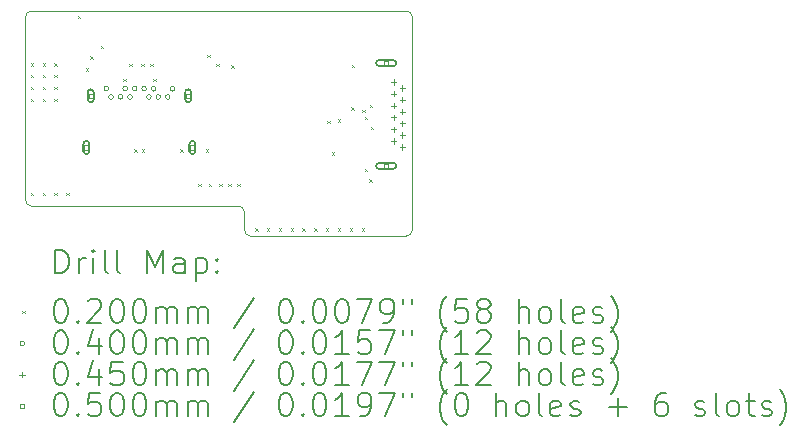
<source format=gbr>
%TF.GenerationSoftware,KiCad,Pcbnew,6.0.11-2627ca5db0~126~ubuntu22.04.1*%
%TF.CreationDate,2023-02-09T23:48:28+01:00*%
%TF.ProjectId,PDLeech,50444c65-6563-4682-9e6b-696361645f70,rev?*%
%TF.SameCoordinates,Original*%
%TF.FileFunction,Drillmap*%
%TF.FilePolarity,Positive*%
%FSLAX45Y45*%
G04 Gerber Fmt 4.5, Leading zero omitted, Abs format (unit mm)*
G04 Created by KiCad (PCBNEW 6.0.11-2627ca5db0~126~ubuntu22.04.1) date 2023-02-09 23:48:28*
%MOMM*%
%LPD*%
G01*
G04 APERTURE LIST*
%ADD10C,0.100000*%
%ADD11C,0.200000*%
%ADD12C,0.020000*%
%ADD13C,0.040000*%
%ADD14C,0.045000*%
%ADD15C,0.050000*%
G04 APERTURE END LIST*
D10*
X16459200Y-7696200D02*
G75*
G03*
X16510000Y-7645400I0J50800D01*
G01*
X13284200Y-5791200D02*
G75*
G03*
X13233400Y-5842000I0J-50800D01*
G01*
X13233400Y-7391400D02*
G75*
G03*
X13284200Y-7442200I50800J0D01*
G01*
X16510000Y-5842000D02*
X16510000Y-7645400D01*
X13284200Y-5791200D02*
X16459200Y-5791200D01*
X13284200Y-7442200D02*
X15036800Y-7442200D01*
X15087600Y-7645400D02*
G75*
G03*
X15138400Y-7696200I50800J0D01*
G01*
X16510000Y-5842000D02*
G75*
G03*
X16459200Y-5791200I-50800J0D01*
G01*
X16459200Y-7696200D02*
X15138400Y-7696200D01*
X13233400Y-7391400D02*
X13233400Y-5842000D01*
X15087600Y-7493000D02*
G75*
G03*
X15036800Y-7442200I-50800J0D01*
G01*
X15087600Y-7645400D02*
X15087600Y-7493000D01*
D11*
D12*
X13279414Y-6232676D02*
X13299414Y-6252676D01*
X13299414Y-6232676D02*
X13279414Y-6252676D01*
X13279414Y-6332676D02*
X13299414Y-6352676D01*
X13299414Y-6332676D02*
X13279414Y-6352676D01*
X13279414Y-6432676D02*
X13299414Y-6452676D01*
X13299414Y-6432676D02*
X13279414Y-6452676D01*
X13279414Y-6532676D02*
X13299414Y-6552676D01*
X13299414Y-6532676D02*
X13279414Y-6552676D01*
X13279414Y-7332676D02*
X13299414Y-7352676D01*
X13299414Y-7332676D02*
X13279414Y-7352676D01*
X13379414Y-6232676D02*
X13399414Y-6252676D01*
X13399414Y-6232676D02*
X13379414Y-6252676D01*
X13379414Y-6332676D02*
X13399414Y-6352676D01*
X13399414Y-6332676D02*
X13379414Y-6352676D01*
X13379414Y-6432676D02*
X13399414Y-6452676D01*
X13399414Y-6432676D02*
X13379414Y-6452676D01*
X13379414Y-6532676D02*
X13399414Y-6552676D01*
X13399414Y-6532676D02*
X13379414Y-6552676D01*
X13379414Y-7332676D02*
X13399414Y-7352676D01*
X13399414Y-7332676D02*
X13379414Y-7352676D01*
X13479414Y-6232676D02*
X13499414Y-6252676D01*
X13499414Y-6232676D02*
X13479414Y-6252676D01*
X13479414Y-6332676D02*
X13499414Y-6352676D01*
X13499414Y-6332676D02*
X13479414Y-6352676D01*
X13479414Y-6432676D02*
X13499414Y-6452676D01*
X13499414Y-6432676D02*
X13479414Y-6452676D01*
X13479414Y-6532676D02*
X13499414Y-6552676D01*
X13499414Y-6532676D02*
X13479414Y-6552676D01*
X13479414Y-7332676D02*
X13499414Y-7352676D01*
X13499414Y-7332676D02*
X13479414Y-7352676D01*
X13579414Y-7332676D02*
X13599414Y-7352676D01*
X13599414Y-7332676D02*
X13579414Y-7352676D01*
X13679414Y-5832676D02*
X13699414Y-5852676D01*
X13699414Y-5832676D02*
X13679414Y-5852676D01*
X13744100Y-6276500D02*
X13764100Y-6296500D01*
X13764100Y-6276500D02*
X13744100Y-6296500D01*
X13782200Y-6174900D02*
X13802200Y-6194900D01*
X13802200Y-6174900D02*
X13782200Y-6194900D01*
X13871100Y-6086000D02*
X13891100Y-6106000D01*
X13891100Y-6086000D02*
X13871100Y-6106000D01*
X14061600Y-6365400D02*
X14081600Y-6385400D01*
X14081600Y-6365400D02*
X14061600Y-6385400D01*
X14112400Y-6238400D02*
X14132400Y-6258400D01*
X14132400Y-6238400D02*
X14112400Y-6258400D01*
X14156100Y-6962300D02*
X14176100Y-6982300D01*
X14176100Y-6962300D02*
X14156100Y-6982300D01*
X14214000Y-6238400D02*
X14234000Y-6258400D01*
X14234000Y-6238400D02*
X14214000Y-6258400D01*
X14221100Y-6962300D02*
X14241100Y-6982300D01*
X14241100Y-6962300D02*
X14221100Y-6982300D01*
X14290200Y-6238400D02*
X14310200Y-6258400D01*
X14310200Y-6238400D02*
X14290200Y-6258400D01*
X14315600Y-6365400D02*
X14335600Y-6385400D01*
X14335600Y-6365400D02*
X14315600Y-6385400D01*
X14544200Y-6962300D02*
X14564200Y-6982300D01*
X14564200Y-6962300D02*
X14544200Y-6982300D01*
X14696600Y-7254400D02*
X14716600Y-7274400D01*
X14716600Y-7254400D02*
X14696600Y-7274400D01*
X14760100Y-6962300D02*
X14780100Y-6982300D01*
X14780100Y-6962300D02*
X14760100Y-6982300D01*
X14772800Y-6162200D02*
X14792800Y-6182200D01*
X14792800Y-6162200D02*
X14772800Y-6182200D01*
X14785500Y-7254400D02*
X14805500Y-7274400D01*
X14805500Y-7254400D02*
X14785500Y-7274400D01*
X14849000Y-6238400D02*
X14869000Y-6258400D01*
X14869000Y-6238400D02*
X14849000Y-6258400D01*
X14874400Y-7254400D02*
X14894400Y-7274400D01*
X14894400Y-7254400D02*
X14874400Y-7274400D01*
X14950600Y-7254400D02*
X14970600Y-7274400D01*
X14970600Y-7254400D02*
X14950600Y-7274400D01*
X14976000Y-6251100D02*
X14996000Y-6271100D01*
X14996000Y-6251100D02*
X14976000Y-6271100D01*
X15026800Y-7254400D02*
X15046800Y-7274400D01*
X15046800Y-7254400D02*
X15026800Y-7274400D01*
X15179414Y-7632676D02*
X15199414Y-7652676D01*
X15199414Y-7632676D02*
X15179414Y-7652676D01*
X15279414Y-7632676D02*
X15299414Y-7652676D01*
X15299414Y-7632676D02*
X15279414Y-7652676D01*
X15379414Y-7632676D02*
X15399414Y-7652676D01*
X15399414Y-7632676D02*
X15379414Y-7652676D01*
X15479414Y-7632676D02*
X15499414Y-7652676D01*
X15499414Y-7632676D02*
X15479414Y-7652676D01*
X15579414Y-7632676D02*
X15599414Y-7652676D01*
X15599414Y-7632676D02*
X15579414Y-7652676D01*
X15679414Y-7632676D02*
X15699414Y-7652676D01*
X15699414Y-7632676D02*
X15679414Y-7652676D01*
X15779414Y-7632676D02*
X15799414Y-7652676D01*
X15799414Y-7632676D02*
X15779414Y-7652676D01*
X15788800Y-6721000D02*
X15808800Y-6741000D01*
X15808800Y-6721000D02*
X15788800Y-6741000D01*
X15826900Y-6987700D02*
X15846900Y-7007700D01*
X15846900Y-6987700D02*
X15826900Y-7007700D01*
X15877700Y-6708300D02*
X15897700Y-6728300D01*
X15897700Y-6708300D02*
X15877700Y-6728300D01*
X15879414Y-7632676D02*
X15899414Y-7652676D01*
X15899414Y-7632676D02*
X15879414Y-7652676D01*
X15979414Y-7632676D02*
X15999414Y-7652676D01*
X15999414Y-7632676D02*
X15979414Y-7652676D01*
X15992000Y-6606700D02*
X16012000Y-6626700D01*
X16012000Y-6606700D02*
X15992000Y-6626700D01*
X15996850Y-6245100D02*
X16016850Y-6265100D01*
X16016850Y-6245100D02*
X15996850Y-6265100D01*
X16079414Y-7632676D02*
X16099414Y-7652676D01*
X16099414Y-7632676D02*
X16079414Y-7652676D01*
X16087250Y-6625750D02*
X16107250Y-6645750D01*
X16107250Y-6625750D02*
X16087250Y-6645750D01*
X16106300Y-6685548D02*
X16126300Y-6705548D01*
X16126300Y-6685548D02*
X16106300Y-6705548D01*
X16106300Y-7127400D02*
X16126300Y-7147400D01*
X16126300Y-7127400D02*
X16106300Y-7147400D01*
X16144400Y-7216300D02*
X16164400Y-7236300D01*
X16164400Y-7216300D02*
X16144400Y-7236300D01*
X16150750Y-6587650D02*
X16170750Y-6607650D01*
X16170750Y-6587650D02*
X16150750Y-6607650D01*
X16157100Y-6771800D02*
X16177100Y-6791800D01*
X16177100Y-6771800D02*
X16157100Y-6791800D01*
D13*
X13938600Y-6448900D02*
G75*
G03*
X13938600Y-6448900I-20000J0D01*
G01*
X13978600Y-6518900D02*
G75*
G03*
X13978600Y-6518900I-20000J0D01*
G01*
X14058600Y-6518900D02*
G75*
G03*
X14058600Y-6518900I-20000J0D01*
G01*
X14098600Y-6448900D02*
G75*
G03*
X14098600Y-6448900I-20000J0D01*
G01*
X14138600Y-6518900D02*
G75*
G03*
X14138600Y-6518900I-20000J0D01*
G01*
X14178600Y-6448900D02*
G75*
G03*
X14178600Y-6448900I-20000J0D01*
G01*
X14258600Y-6448900D02*
G75*
G03*
X14258600Y-6448900I-20000J0D01*
G01*
X14298600Y-6518900D02*
G75*
G03*
X14298600Y-6518900I-20000J0D01*
G01*
X14338600Y-6448900D02*
G75*
G03*
X14338600Y-6448900I-20000J0D01*
G01*
X14378600Y-6518900D02*
G75*
G03*
X14378600Y-6518900I-20000J0D01*
G01*
X14458600Y-6518900D02*
G75*
G03*
X14458600Y-6518900I-20000J0D01*
G01*
X14498600Y-6448900D02*
G75*
G03*
X14498600Y-6448900I-20000J0D01*
G01*
D14*
X16351550Y-6369750D02*
X16351550Y-6414750D01*
X16329050Y-6392250D02*
X16374050Y-6392250D01*
X16351550Y-6469750D02*
X16351550Y-6514750D01*
X16329050Y-6492250D02*
X16374050Y-6492250D01*
X16351550Y-6569750D02*
X16351550Y-6614750D01*
X16329050Y-6592250D02*
X16374050Y-6592250D01*
X16351550Y-6669750D02*
X16351550Y-6714750D01*
X16329050Y-6692250D02*
X16374050Y-6692250D01*
X16351550Y-6769750D02*
X16351550Y-6814750D01*
X16329050Y-6792250D02*
X16374050Y-6792250D01*
X16351550Y-6869750D02*
X16351550Y-6914750D01*
X16329050Y-6892250D02*
X16374050Y-6892250D01*
X16423550Y-6419750D02*
X16423550Y-6464750D01*
X16401050Y-6442250D02*
X16446050Y-6442250D01*
X16423550Y-6519750D02*
X16423550Y-6564750D01*
X16401050Y-6542250D02*
X16446050Y-6542250D01*
X16423550Y-6619750D02*
X16423550Y-6664750D01*
X16401050Y-6642250D02*
X16446050Y-6642250D01*
X16423550Y-6719750D02*
X16423550Y-6764750D01*
X16401050Y-6742250D02*
X16446050Y-6742250D01*
X16423550Y-6819750D02*
X16423550Y-6864750D01*
X16401050Y-6842250D02*
X16446050Y-6842250D01*
X16423550Y-6919750D02*
X16423550Y-6964750D01*
X16401050Y-6942250D02*
X16446050Y-6942250D01*
D15*
X13767278Y-6964578D02*
X13767278Y-6929222D01*
X13731922Y-6929222D01*
X13731922Y-6964578D01*
X13767278Y-6964578D01*
D11*
X13724600Y-6916900D02*
X13724600Y-6976900D01*
X13774600Y-6916900D02*
X13774600Y-6976900D01*
X13724600Y-6976900D02*
G75*
G03*
X13774600Y-6976900I25000J0D01*
G01*
X13774600Y-6916900D02*
G75*
G03*
X13724600Y-6916900I-25000J0D01*
G01*
D15*
X13803278Y-6526578D02*
X13803278Y-6491222D01*
X13767922Y-6491222D01*
X13767922Y-6526578D01*
X13803278Y-6526578D01*
D11*
X13760600Y-6478900D02*
X13760600Y-6538900D01*
X13810600Y-6478900D02*
X13810600Y-6538900D01*
X13760600Y-6538900D02*
G75*
G03*
X13810600Y-6538900I25000J0D01*
G01*
X13810600Y-6478900D02*
G75*
G03*
X13760600Y-6478900I-25000J0D01*
G01*
D15*
X14629278Y-6526578D02*
X14629278Y-6491222D01*
X14593922Y-6491222D01*
X14593922Y-6526578D01*
X14629278Y-6526578D01*
D11*
X14586600Y-6478900D02*
X14586600Y-6538900D01*
X14636600Y-6478900D02*
X14636600Y-6538900D01*
X14586600Y-6538900D02*
G75*
G03*
X14636600Y-6538900I25000J0D01*
G01*
X14636600Y-6478900D02*
G75*
G03*
X14586600Y-6478900I-25000J0D01*
G01*
D15*
X14665278Y-6964578D02*
X14665278Y-6929222D01*
X14629922Y-6929222D01*
X14629922Y-6964578D01*
X14665278Y-6964578D01*
D11*
X14622600Y-6916900D02*
X14622600Y-6976900D01*
X14672600Y-6916900D02*
X14672600Y-6976900D01*
X14622600Y-6976900D02*
G75*
G03*
X14672600Y-6976900I25000J0D01*
G01*
X14672600Y-6916900D02*
G75*
G03*
X14622600Y-6916900I-25000J0D01*
G01*
D15*
X16306228Y-6249928D02*
X16306228Y-6214572D01*
X16270872Y-6214572D01*
X16270872Y-6249928D01*
X16306228Y-6249928D01*
D11*
X16228550Y-6257250D02*
X16348550Y-6257250D01*
X16228550Y-6207250D02*
X16348550Y-6207250D01*
X16348550Y-6257250D02*
G75*
G03*
X16348550Y-6207250I0J25000D01*
G01*
X16228550Y-6207250D02*
G75*
G03*
X16228550Y-6257250I0J-25000D01*
G01*
D15*
X16306228Y-7119928D02*
X16306228Y-7084572D01*
X16270872Y-7084572D01*
X16270872Y-7119928D01*
X16306228Y-7119928D01*
D11*
X16228550Y-7127250D02*
X16348550Y-7127250D01*
X16228550Y-7077250D02*
X16348550Y-7077250D01*
X16348550Y-7127250D02*
G75*
G03*
X16348550Y-7077250I0J25000D01*
G01*
X16228550Y-7077250D02*
G75*
G03*
X16228550Y-7127250I0J-25000D01*
G01*
X13486019Y-8011676D02*
X13486019Y-7811676D01*
X13533638Y-7811676D01*
X13562209Y-7821200D01*
X13581257Y-7840248D01*
X13590781Y-7859295D01*
X13600305Y-7897390D01*
X13600305Y-7925962D01*
X13590781Y-7964057D01*
X13581257Y-7983105D01*
X13562209Y-8002152D01*
X13533638Y-8011676D01*
X13486019Y-8011676D01*
X13686019Y-8011676D02*
X13686019Y-7878343D01*
X13686019Y-7916438D02*
X13695543Y-7897390D01*
X13705067Y-7887867D01*
X13724114Y-7878343D01*
X13743162Y-7878343D01*
X13809828Y-8011676D02*
X13809828Y-7878343D01*
X13809828Y-7811676D02*
X13800305Y-7821200D01*
X13809828Y-7830724D01*
X13819352Y-7821200D01*
X13809828Y-7811676D01*
X13809828Y-7830724D01*
X13933638Y-8011676D02*
X13914590Y-8002152D01*
X13905067Y-7983105D01*
X13905067Y-7811676D01*
X14038400Y-8011676D02*
X14019352Y-8002152D01*
X14009828Y-7983105D01*
X14009828Y-7811676D01*
X14266971Y-8011676D02*
X14266971Y-7811676D01*
X14333638Y-7954533D01*
X14400305Y-7811676D01*
X14400305Y-8011676D01*
X14581257Y-8011676D02*
X14581257Y-7906914D01*
X14571733Y-7887867D01*
X14552686Y-7878343D01*
X14514590Y-7878343D01*
X14495543Y-7887867D01*
X14581257Y-8002152D02*
X14562209Y-8011676D01*
X14514590Y-8011676D01*
X14495543Y-8002152D01*
X14486019Y-7983105D01*
X14486019Y-7964057D01*
X14495543Y-7945009D01*
X14514590Y-7935486D01*
X14562209Y-7935486D01*
X14581257Y-7925962D01*
X14676495Y-7878343D02*
X14676495Y-8078343D01*
X14676495Y-7887867D02*
X14695543Y-7878343D01*
X14733638Y-7878343D01*
X14752686Y-7887867D01*
X14762209Y-7897390D01*
X14771733Y-7916438D01*
X14771733Y-7973581D01*
X14762209Y-7992628D01*
X14752686Y-8002152D01*
X14733638Y-8011676D01*
X14695543Y-8011676D01*
X14676495Y-8002152D01*
X14857448Y-7992628D02*
X14866971Y-8002152D01*
X14857448Y-8011676D01*
X14847924Y-8002152D01*
X14857448Y-7992628D01*
X14857448Y-8011676D01*
X14857448Y-7887867D02*
X14866971Y-7897390D01*
X14857448Y-7906914D01*
X14847924Y-7897390D01*
X14857448Y-7887867D01*
X14857448Y-7906914D01*
D12*
X13208400Y-8331200D02*
X13228400Y-8351200D01*
X13228400Y-8331200D02*
X13208400Y-8351200D01*
D11*
X13524114Y-8231676D02*
X13543162Y-8231676D01*
X13562209Y-8241200D01*
X13571733Y-8250724D01*
X13581257Y-8269771D01*
X13590781Y-8307867D01*
X13590781Y-8355486D01*
X13581257Y-8393581D01*
X13571733Y-8412629D01*
X13562209Y-8422152D01*
X13543162Y-8431676D01*
X13524114Y-8431676D01*
X13505067Y-8422152D01*
X13495543Y-8412629D01*
X13486019Y-8393581D01*
X13476495Y-8355486D01*
X13476495Y-8307867D01*
X13486019Y-8269771D01*
X13495543Y-8250724D01*
X13505067Y-8241200D01*
X13524114Y-8231676D01*
X13676495Y-8412629D02*
X13686019Y-8422152D01*
X13676495Y-8431676D01*
X13666971Y-8422152D01*
X13676495Y-8412629D01*
X13676495Y-8431676D01*
X13762209Y-8250724D02*
X13771733Y-8241200D01*
X13790781Y-8231676D01*
X13838400Y-8231676D01*
X13857448Y-8241200D01*
X13866971Y-8250724D01*
X13876495Y-8269771D01*
X13876495Y-8288819D01*
X13866971Y-8317390D01*
X13752686Y-8431676D01*
X13876495Y-8431676D01*
X14000305Y-8231676D02*
X14019352Y-8231676D01*
X14038400Y-8241200D01*
X14047924Y-8250724D01*
X14057448Y-8269771D01*
X14066971Y-8307867D01*
X14066971Y-8355486D01*
X14057448Y-8393581D01*
X14047924Y-8412629D01*
X14038400Y-8422152D01*
X14019352Y-8431676D01*
X14000305Y-8431676D01*
X13981257Y-8422152D01*
X13971733Y-8412629D01*
X13962209Y-8393581D01*
X13952686Y-8355486D01*
X13952686Y-8307867D01*
X13962209Y-8269771D01*
X13971733Y-8250724D01*
X13981257Y-8241200D01*
X14000305Y-8231676D01*
X14190781Y-8231676D02*
X14209828Y-8231676D01*
X14228876Y-8241200D01*
X14238400Y-8250724D01*
X14247924Y-8269771D01*
X14257448Y-8307867D01*
X14257448Y-8355486D01*
X14247924Y-8393581D01*
X14238400Y-8412629D01*
X14228876Y-8422152D01*
X14209828Y-8431676D01*
X14190781Y-8431676D01*
X14171733Y-8422152D01*
X14162209Y-8412629D01*
X14152686Y-8393581D01*
X14143162Y-8355486D01*
X14143162Y-8307867D01*
X14152686Y-8269771D01*
X14162209Y-8250724D01*
X14171733Y-8241200D01*
X14190781Y-8231676D01*
X14343162Y-8431676D02*
X14343162Y-8298343D01*
X14343162Y-8317390D02*
X14352686Y-8307867D01*
X14371733Y-8298343D01*
X14400305Y-8298343D01*
X14419352Y-8307867D01*
X14428876Y-8326914D01*
X14428876Y-8431676D01*
X14428876Y-8326914D02*
X14438400Y-8307867D01*
X14457448Y-8298343D01*
X14486019Y-8298343D01*
X14505067Y-8307867D01*
X14514590Y-8326914D01*
X14514590Y-8431676D01*
X14609828Y-8431676D02*
X14609828Y-8298343D01*
X14609828Y-8317390D02*
X14619352Y-8307867D01*
X14638400Y-8298343D01*
X14666971Y-8298343D01*
X14686019Y-8307867D01*
X14695543Y-8326914D01*
X14695543Y-8431676D01*
X14695543Y-8326914D02*
X14705067Y-8307867D01*
X14724114Y-8298343D01*
X14752686Y-8298343D01*
X14771733Y-8307867D01*
X14781257Y-8326914D01*
X14781257Y-8431676D01*
X15171733Y-8222152D02*
X15000305Y-8479295D01*
X15428876Y-8231676D02*
X15447924Y-8231676D01*
X15466971Y-8241200D01*
X15476495Y-8250724D01*
X15486019Y-8269771D01*
X15495543Y-8307867D01*
X15495543Y-8355486D01*
X15486019Y-8393581D01*
X15476495Y-8412629D01*
X15466971Y-8422152D01*
X15447924Y-8431676D01*
X15428876Y-8431676D01*
X15409828Y-8422152D01*
X15400305Y-8412629D01*
X15390781Y-8393581D01*
X15381257Y-8355486D01*
X15381257Y-8307867D01*
X15390781Y-8269771D01*
X15400305Y-8250724D01*
X15409828Y-8241200D01*
X15428876Y-8231676D01*
X15581257Y-8412629D02*
X15590781Y-8422152D01*
X15581257Y-8431676D01*
X15571733Y-8422152D01*
X15581257Y-8412629D01*
X15581257Y-8431676D01*
X15714590Y-8231676D02*
X15733638Y-8231676D01*
X15752686Y-8241200D01*
X15762209Y-8250724D01*
X15771733Y-8269771D01*
X15781257Y-8307867D01*
X15781257Y-8355486D01*
X15771733Y-8393581D01*
X15762209Y-8412629D01*
X15752686Y-8422152D01*
X15733638Y-8431676D01*
X15714590Y-8431676D01*
X15695543Y-8422152D01*
X15686019Y-8412629D01*
X15676495Y-8393581D01*
X15666971Y-8355486D01*
X15666971Y-8307867D01*
X15676495Y-8269771D01*
X15686019Y-8250724D01*
X15695543Y-8241200D01*
X15714590Y-8231676D01*
X15905067Y-8231676D02*
X15924114Y-8231676D01*
X15943162Y-8241200D01*
X15952686Y-8250724D01*
X15962209Y-8269771D01*
X15971733Y-8307867D01*
X15971733Y-8355486D01*
X15962209Y-8393581D01*
X15952686Y-8412629D01*
X15943162Y-8422152D01*
X15924114Y-8431676D01*
X15905067Y-8431676D01*
X15886019Y-8422152D01*
X15876495Y-8412629D01*
X15866971Y-8393581D01*
X15857448Y-8355486D01*
X15857448Y-8307867D01*
X15866971Y-8269771D01*
X15876495Y-8250724D01*
X15886019Y-8241200D01*
X15905067Y-8231676D01*
X16038400Y-8231676D02*
X16171733Y-8231676D01*
X16086019Y-8431676D01*
X16257448Y-8431676D02*
X16295543Y-8431676D01*
X16314590Y-8422152D01*
X16324114Y-8412629D01*
X16343162Y-8384057D01*
X16352686Y-8345962D01*
X16352686Y-8269771D01*
X16343162Y-8250724D01*
X16333638Y-8241200D01*
X16314590Y-8231676D01*
X16276495Y-8231676D01*
X16257448Y-8241200D01*
X16247924Y-8250724D01*
X16238400Y-8269771D01*
X16238400Y-8317390D01*
X16247924Y-8336438D01*
X16257448Y-8345962D01*
X16276495Y-8355486D01*
X16314590Y-8355486D01*
X16333638Y-8345962D01*
X16343162Y-8336438D01*
X16352686Y-8317390D01*
X16428876Y-8231676D02*
X16428876Y-8269771D01*
X16505067Y-8231676D02*
X16505067Y-8269771D01*
X16800305Y-8507867D02*
X16790781Y-8498343D01*
X16771733Y-8469771D01*
X16762209Y-8450724D01*
X16752686Y-8422152D01*
X16743162Y-8374533D01*
X16743162Y-8336438D01*
X16752686Y-8288819D01*
X16762209Y-8260248D01*
X16771733Y-8241200D01*
X16790781Y-8212628D01*
X16800305Y-8203105D01*
X16971733Y-8231676D02*
X16876495Y-8231676D01*
X16866971Y-8326914D01*
X16876495Y-8317390D01*
X16895543Y-8307867D01*
X16943162Y-8307867D01*
X16962210Y-8317390D01*
X16971733Y-8326914D01*
X16981257Y-8345962D01*
X16981257Y-8393581D01*
X16971733Y-8412629D01*
X16962210Y-8422152D01*
X16943162Y-8431676D01*
X16895543Y-8431676D01*
X16876495Y-8422152D01*
X16866971Y-8412629D01*
X17095543Y-8317390D02*
X17076495Y-8307867D01*
X17066971Y-8298343D01*
X17057448Y-8279295D01*
X17057448Y-8269771D01*
X17066971Y-8250724D01*
X17076495Y-8241200D01*
X17095543Y-8231676D01*
X17133638Y-8231676D01*
X17152686Y-8241200D01*
X17162210Y-8250724D01*
X17171733Y-8269771D01*
X17171733Y-8279295D01*
X17162210Y-8298343D01*
X17152686Y-8307867D01*
X17133638Y-8317390D01*
X17095543Y-8317390D01*
X17076495Y-8326914D01*
X17066971Y-8336438D01*
X17057448Y-8355486D01*
X17057448Y-8393581D01*
X17066971Y-8412629D01*
X17076495Y-8422152D01*
X17095543Y-8431676D01*
X17133638Y-8431676D01*
X17152686Y-8422152D01*
X17162210Y-8412629D01*
X17171733Y-8393581D01*
X17171733Y-8355486D01*
X17162210Y-8336438D01*
X17152686Y-8326914D01*
X17133638Y-8317390D01*
X17409829Y-8431676D02*
X17409829Y-8231676D01*
X17495543Y-8431676D02*
X17495543Y-8326914D01*
X17486019Y-8307867D01*
X17466971Y-8298343D01*
X17438400Y-8298343D01*
X17419352Y-8307867D01*
X17409829Y-8317390D01*
X17619352Y-8431676D02*
X17600305Y-8422152D01*
X17590781Y-8412629D01*
X17581257Y-8393581D01*
X17581257Y-8336438D01*
X17590781Y-8317390D01*
X17600305Y-8307867D01*
X17619352Y-8298343D01*
X17647924Y-8298343D01*
X17666971Y-8307867D01*
X17676495Y-8317390D01*
X17686019Y-8336438D01*
X17686019Y-8393581D01*
X17676495Y-8412629D01*
X17666971Y-8422152D01*
X17647924Y-8431676D01*
X17619352Y-8431676D01*
X17800305Y-8431676D02*
X17781257Y-8422152D01*
X17771733Y-8403105D01*
X17771733Y-8231676D01*
X17952686Y-8422152D02*
X17933638Y-8431676D01*
X17895543Y-8431676D01*
X17876495Y-8422152D01*
X17866971Y-8403105D01*
X17866971Y-8326914D01*
X17876495Y-8307867D01*
X17895543Y-8298343D01*
X17933638Y-8298343D01*
X17952686Y-8307867D01*
X17962210Y-8326914D01*
X17962210Y-8345962D01*
X17866971Y-8365009D01*
X18038400Y-8422152D02*
X18057448Y-8431676D01*
X18095543Y-8431676D01*
X18114590Y-8422152D01*
X18124114Y-8403105D01*
X18124114Y-8393581D01*
X18114590Y-8374533D01*
X18095543Y-8365009D01*
X18066971Y-8365009D01*
X18047924Y-8355486D01*
X18038400Y-8336438D01*
X18038400Y-8326914D01*
X18047924Y-8307867D01*
X18066971Y-8298343D01*
X18095543Y-8298343D01*
X18114590Y-8307867D01*
X18190781Y-8507867D02*
X18200305Y-8498343D01*
X18219352Y-8469771D01*
X18228876Y-8450724D01*
X18238400Y-8422152D01*
X18247924Y-8374533D01*
X18247924Y-8336438D01*
X18238400Y-8288819D01*
X18228876Y-8260248D01*
X18219352Y-8241200D01*
X18200305Y-8212628D01*
X18190781Y-8203105D01*
D13*
X13228400Y-8605200D02*
G75*
G03*
X13228400Y-8605200I-20000J0D01*
G01*
D11*
X13524114Y-8495676D02*
X13543162Y-8495676D01*
X13562209Y-8505200D01*
X13571733Y-8514724D01*
X13581257Y-8533771D01*
X13590781Y-8571867D01*
X13590781Y-8619486D01*
X13581257Y-8657581D01*
X13571733Y-8676629D01*
X13562209Y-8686152D01*
X13543162Y-8695676D01*
X13524114Y-8695676D01*
X13505067Y-8686152D01*
X13495543Y-8676629D01*
X13486019Y-8657581D01*
X13476495Y-8619486D01*
X13476495Y-8571867D01*
X13486019Y-8533771D01*
X13495543Y-8514724D01*
X13505067Y-8505200D01*
X13524114Y-8495676D01*
X13676495Y-8676629D02*
X13686019Y-8686152D01*
X13676495Y-8695676D01*
X13666971Y-8686152D01*
X13676495Y-8676629D01*
X13676495Y-8695676D01*
X13857448Y-8562343D02*
X13857448Y-8695676D01*
X13809828Y-8486152D02*
X13762209Y-8629010D01*
X13886019Y-8629010D01*
X14000305Y-8495676D02*
X14019352Y-8495676D01*
X14038400Y-8505200D01*
X14047924Y-8514724D01*
X14057448Y-8533771D01*
X14066971Y-8571867D01*
X14066971Y-8619486D01*
X14057448Y-8657581D01*
X14047924Y-8676629D01*
X14038400Y-8686152D01*
X14019352Y-8695676D01*
X14000305Y-8695676D01*
X13981257Y-8686152D01*
X13971733Y-8676629D01*
X13962209Y-8657581D01*
X13952686Y-8619486D01*
X13952686Y-8571867D01*
X13962209Y-8533771D01*
X13971733Y-8514724D01*
X13981257Y-8505200D01*
X14000305Y-8495676D01*
X14190781Y-8495676D02*
X14209828Y-8495676D01*
X14228876Y-8505200D01*
X14238400Y-8514724D01*
X14247924Y-8533771D01*
X14257448Y-8571867D01*
X14257448Y-8619486D01*
X14247924Y-8657581D01*
X14238400Y-8676629D01*
X14228876Y-8686152D01*
X14209828Y-8695676D01*
X14190781Y-8695676D01*
X14171733Y-8686152D01*
X14162209Y-8676629D01*
X14152686Y-8657581D01*
X14143162Y-8619486D01*
X14143162Y-8571867D01*
X14152686Y-8533771D01*
X14162209Y-8514724D01*
X14171733Y-8505200D01*
X14190781Y-8495676D01*
X14343162Y-8695676D02*
X14343162Y-8562343D01*
X14343162Y-8581390D02*
X14352686Y-8571867D01*
X14371733Y-8562343D01*
X14400305Y-8562343D01*
X14419352Y-8571867D01*
X14428876Y-8590914D01*
X14428876Y-8695676D01*
X14428876Y-8590914D02*
X14438400Y-8571867D01*
X14457448Y-8562343D01*
X14486019Y-8562343D01*
X14505067Y-8571867D01*
X14514590Y-8590914D01*
X14514590Y-8695676D01*
X14609828Y-8695676D02*
X14609828Y-8562343D01*
X14609828Y-8581390D02*
X14619352Y-8571867D01*
X14638400Y-8562343D01*
X14666971Y-8562343D01*
X14686019Y-8571867D01*
X14695543Y-8590914D01*
X14695543Y-8695676D01*
X14695543Y-8590914D02*
X14705067Y-8571867D01*
X14724114Y-8562343D01*
X14752686Y-8562343D01*
X14771733Y-8571867D01*
X14781257Y-8590914D01*
X14781257Y-8695676D01*
X15171733Y-8486152D02*
X15000305Y-8743295D01*
X15428876Y-8495676D02*
X15447924Y-8495676D01*
X15466971Y-8505200D01*
X15476495Y-8514724D01*
X15486019Y-8533771D01*
X15495543Y-8571867D01*
X15495543Y-8619486D01*
X15486019Y-8657581D01*
X15476495Y-8676629D01*
X15466971Y-8686152D01*
X15447924Y-8695676D01*
X15428876Y-8695676D01*
X15409828Y-8686152D01*
X15400305Y-8676629D01*
X15390781Y-8657581D01*
X15381257Y-8619486D01*
X15381257Y-8571867D01*
X15390781Y-8533771D01*
X15400305Y-8514724D01*
X15409828Y-8505200D01*
X15428876Y-8495676D01*
X15581257Y-8676629D02*
X15590781Y-8686152D01*
X15581257Y-8695676D01*
X15571733Y-8686152D01*
X15581257Y-8676629D01*
X15581257Y-8695676D01*
X15714590Y-8495676D02*
X15733638Y-8495676D01*
X15752686Y-8505200D01*
X15762209Y-8514724D01*
X15771733Y-8533771D01*
X15781257Y-8571867D01*
X15781257Y-8619486D01*
X15771733Y-8657581D01*
X15762209Y-8676629D01*
X15752686Y-8686152D01*
X15733638Y-8695676D01*
X15714590Y-8695676D01*
X15695543Y-8686152D01*
X15686019Y-8676629D01*
X15676495Y-8657581D01*
X15666971Y-8619486D01*
X15666971Y-8571867D01*
X15676495Y-8533771D01*
X15686019Y-8514724D01*
X15695543Y-8505200D01*
X15714590Y-8495676D01*
X15971733Y-8695676D02*
X15857448Y-8695676D01*
X15914590Y-8695676D02*
X15914590Y-8495676D01*
X15895543Y-8524248D01*
X15876495Y-8543295D01*
X15857448Y-8552819D01*
X16152686Y-8495676D02*
X16057448Y-8495676D01*
X16047924Y-8590914D01*
X16057448Y-8581390D01*
X16076495Y-8571867D01*
X16124114Y-8571867D01*
X16143162Y-8581390D01*
X16152686Y-8590914D01*
X16162209Y-8609962D01*
X16162209Y-8657581D01*
X16152686Y-8676629D01*
X16143162Y-8686152D01*
X16124114Y-8695676D01*
X16076495Y-8695676D01*
X16057448Y-8686152D01*
X16047924Y-8676629D01*
X16228876Y-8495676D02*
X16362209Y-8495676D01*
X16276495Y-8695676D01*
X16428876Y-8495676D02*
X16428876Y-8533771D01*
X16505067Y-8495676D02*
X16505067Y-8533771D01*
X16800305Y-8771867D02*
X16790781Y-8762343D01*
X16771733Y-8733771D01*
X16762209Y-8714724D01*
X16752686Y-8686152D01*
X16743162Y-8638533D01*
X16743162Y-8600438D01*
X16752686Y-8552819D01*
X16762209Y-8524248D01*
X16771733Y-8505200D01*
X16790781Y-8476629D01*
X16800305Y-8467105D01*
X16981257Y-8695676D02*
X16866971Y-8695676D01*
X16924114Y-8695676D02*
X16924114Y-8495676D01*
X16905067Y-8524248D01*
X16886019Y-8543295D01*
X16866971Y-8552819D01*
X17057448Y-8514724D02*
X17066971Y-8505200D01*
X17086019Y-8495676D01*
X17133638Y-8495676D01*
X17152686Y-8505200D01*
X17162210Y-8514724D01*
X17171733Y-8533771D01*
X17171733Y-8552819D01*
X17162210Y-8581390D01*
X17047924Y-8695676D01*
X17171733Y-8695676D01*
X17409829Y-8695676D02*
X17409829Y-8495676D01*
X17495543Y-8695676D02*
X17495543Y-8590914D01*
X17486019Y-8571867D01*
X17466971Y-8562343D01*
X17438400Y-8562343D01*
X17419352Y-8571867D01*
X17409829Y-8581390D01*
X17619352Y-8695676D02*
X17600305Y-8686152D01*
X17590781Y-8676629D01*
X17581257Y-8657581D01*
X17581257Y-8600438D01*
X17590781Y-8581390D01*
X17600305Y-8571867D01*
X17619352Y-8562343D01*
X17647924Y-8562343D01*
X17666971Y-8571867D01*
X17676495Y-8581390D01*
X17686019Y-8600438D01*
X17686019Y-8657581D01*
X17676495Y-8676629D01*
X17666971Y-8686152D01*
X17647924Y-8695676D01*
X17619352Y-8695676D01*
X17800305Y-8695676D02*
X17781257Y-8686152D01*
X17771733Y-8667105D01*
X17771733Y-8495676D01*
X17952686Y-8686152D02*
X17933638Y-8695676D01*
X17895543Y-8695676D01*
X17876495Y-8686152D01*
X17866971Y-8667105D01*
X17866971Y-8590914D01*
X17876495Y-8571867D01*
X17895543Y-8562343D01*
X17933638Y-8562343D01*
X17952686Y-8571867D01*
X17962210Y-8590914D01*
X17962210Y-8609962D01*
X17866971Y-8629010D01*
X18038400Y-8686152D02*
X18057448Y-8695676D01*
X18095543Y-8695676D01*
X18114590Y-8686152D01*
X18124114Y-8667105D01*
X18124114Y-8657581D01*
X18114590Y-8638533D01*
X18095543Y-8629010D01*
X18066971Y-8629010D01*
X18047924Y-8619486D01*
X18038400Y-8600438D01*
X18038400Y-8590914D01*
X18047924Y-8571867D01*
X18066971Y-8562343D01*
X18095543Y-8562343D01*
X18114590Y-8571867D01*
X18190781Y-8771867D02*
X18200305Y-8762343D01*
X18219352Y-8733771D01*
X18228876Y-8714724D01*
X18238400Y-8686152D01*
X18247924Y-8638533D01*
X18247924Y-8600438D01*
X18238400Y-8552819D01*
X18228876Y-8524248D01*
X18219352Y-8505200D01*
X18200305Y-8476629D01*
X18190781Y-8467105D01*
D14*
X13205900Y-8846700D02*
X13205900Y-8891700D01*
X13183400Y-8869200D02*
X13228400Y-8869200D01*
D11*
X13524114Y-8759676D02*
X13543162Y-8759676D01*
X13562209Y-8769200D01*
X13571733Y-8778724D01*
X13581257Y-8797771D01*
X13590781Y-8835867D01*
X13590781Y-8883486D01*
X13581257Y-8921581D01*
X13571733Y-8940629D01*
X13562209Y-8950152D01*
X13543162Y-8959676D01*
X13524114Y-8959676D01*
X13505067Y-8950152D01*
X13495543Y-8940629D01*
X13486019Y-8921581D01*
X13476495Y-8883486D01*
X13476495Y-8835867D01*
X13486019Y-8797771D01*
X13495543Y-8778724D01*
X13505067Y-8769200D01*
X13524114Y-8759676D01*
X13676495Y-8940629D02*
X13686019Y-8950152D01*
X13676495Y-8959676D01*
X13666971Y-8950152D01*
X13676495Y-8940629D01*
X13676495Y-8959676D01*
X13857448Y-8826343D02*
X13857448Y-8959676D01*
X13809828Y-8750152D02*
X13762209Y-8893010D01*
X13886019Y-8893010D01*
X14057448Y-8759676D02*
X13962209Y-8759676D01*
X13952686Y-8854914D01*
X13962209Y-8845390D01*
X13981257Y-8835867D01*
X14028876Y-8835867D01*
X14047924Y-8845390D01*
X14057448Y-8854914D01*
X14066971Y-8873962D01*
X14066971Y-8921581D01*
X14057448Y-8940629D01*
X14047924Y-8950152D01*
X14028876Y-8959676D01*
X13981257Y-8959676D01*
X13962209Y-8950152D01*
X13952686Y-8940629D01*
X14190781Y-8759676D02*
X14209828Y-8759676D01*
X14228876Y-8769200D01*
X14238400Y-8778724D01*
X14247924Y-8797771D01*
X14257448Y-8835867D01*
X14257448Y-8883486D01*
X14247924Y-8921581D01*
X14238400Y-8940629D01*
X14228876Y-8950152D01*
X14209828Y-8959676D01*
X14190781Y-8959676D01*
X14171733Y-8950152D01*
X14162209Y-8940629D01*
X14152686Y-8921581D01*
X14143162Y-8883486D01*
X14143162Y-8835867D01*
X14152686Y-8797771D01*
X14162209Y-8778724D01*
X14171733Y-8769200D01*
X14190781Y-8759676D01*
X14343162Y-8959676D02*
X14343162Y-8826343D01*
X14343162Y-8845390D02*
X14352686Y-8835867D01*
X14371733Y-8826343D01*
X14400305Y-8826343D01*
X14419352Y-8835867D01*
X14428876Y-8854914D01*
X14428876Y-8959676D01*
X14428876Y-8854914D02*
X14438400Y-8835867D01*
X14457448Y-8826343D01*
X14486019Y-8826343D01*
X14505067Y-8835867D01*
X14514590Y-8854914D01*
X14514590Y-8959676D01*
X14609828Y-8959676D02*
X14609828Y-8826343D01*
X14609828Y-8845390D02*
X14619352Y-8835867D01*
X14638400Y-8826343D01*
X14666971Y-8826343D01*
X14686019Y-8835867D01*
X14695543Y-8854914D01*
X14695543Y-8959676D01*
X14695543Y-8854914D02*
X14705067Y-8835867D01*
X14724114Y-8826343D01*
X14752686Y-8826343D01*
X14771733Y-8835867D01*
X14781257Y-8854914D01*
X14781257Y-8959676D01*
X15171733Y-8750152D02*
X15000305Y-9007295D01*
X15428876Y-8759676D02*
X15447924Y-8759676D01*
X15466971Y-8769200D01*
X15476495Y-8778724D01*
X15486019Y-8797771D01*
X15495543Y-8835867D01*
X15495543Y-8883486D01*
X15486019Y-8921581D01*
X15476495Y-8940629D01*
X15466971Y-8950152D01*
X15447924Y-8959676D01*
X15428876Y-8959676D01*
X15409828Y-8950152D01*
X15400305Y-8940629D01*
X15390781Y-8921581D01*
X15381257Y-8883486D01*
X15381257Y-8835867D01*
X15390781Y-8797771D01*
X15400305Y-8778724D01*
X15409828Y-8769200D01*
X15428876Y-8759676D01*
X15581257Y-8940629D02*
X15590781Y-8950152D01*
X15581257Y-8959676D01*
X15571733Y-8950152D01*
X15581257Y-8940629D01*
X15581257Y-8959676D01*
X15714590Y-8759676D02*
X15733638Y-8759676D01*
X15752686Y-8769200D01*
X15762209Y-8778724D01*
X15771733Y-8797771D01*
X15781257Y-8835867D01*
X15781257Y-8883486D01*
X15771733Y-8921581D01*
X15762209Y-8940629D01*
X15752686Y-8950152D01*
X15733638Y-8959676D01*
X15714590Y-8959676D01*
X15695543Y-8950152D01*
X15686019Y-8940629D01*
X15676495Y-8921581D01*
X15666971Y-8883486D01*
X15666971Y-8835867D01*
X15676495Y-8797771D01*
X15686019Y-8778724D01*
X15695543Y-8769200D01*
X15714590Y-8759676D01*
X15971733Y-8959676D02*
X15857448Y-8959676D01*
X15914590Y-8959676D02*
X15914590Y-8759676D01*
X15895543Y-8788248D01*
X15876495Y-8807295D01*
X15857448Y-8816819D01*
X16038400Y-8759676D02*
X16171733Y-8759676D01*
X16086019Y-8959676D01*
X16228876Y-8759676D02*
X16362209Y-8759676D01*
X16276495Y-8959676D01*
X16428876Y-8759676D02*
X16428876Y-8797771D01*
X16505067Y-8759676D02*
X16505067Y-8797771D01*
X16800305Y-9035867D02*
X16790781Y-9026343D01*
X16771733Y-8997771D01*
X16762209Y-8978724D01*
X16752686Y-8950152D01*
X16743162Y-8902533D01*
X16743162Y-8864438D01*
X16752686Y-8816819D01*
X16762209Y-8788248D01*
X16771733Y-8769200D01*
X16790781Y-8740629D01*
X16800305Y-8731105D01*
X16981257Y-8959676D02*
X16866971Y-8959676D01*
X16924114Y-8959676D02*
X16924114Y-8759676D01*
X16905067Y-8788248D01*
X16886019Y-8807295D01*
X16866971Y-8816819D01*
X17057448Y-8778724D02*
X17066971Y-8769200D01*
X17086019Y-8759676D01*
X17133638Y-8759676D01*
X17152686Y-8769200D01*
X17162210Y-8778724D01*
X17171733Y-8797771D01*
X17171733Y-8816819D01*
X17162210Y-8845390D01*
X17047924Y-8959676D01*
X17171733Y-8959676D01*
X17409829Y-8959676D02*
X17409829Y-8759676D01*
X17495543Y-8959676D02*
X17495543Y-8854914D01*
X17486019Y-8835867D01*
X17466971Y-8826343D01*
X17438400Y-8826343D01*
X17419352Y-8835867D01*
X17409829Y-8845390D01*
X17619352Y-8959676D02*
X17600305Y-8950152D01*
X17590781Y-8940629D01*
X17581257Y-8921581D01*
X17581257Y-8864438D01*
X17590781Y-8845390D01*
X17600305Y-8835867D01*
X17619352Y-8826343D01*
X17647924Y-8826343D01*
X17666971Y-8835867D01*
X17676495Y-8845390D01*
X17686019Y-8864438D01*
X17686019Y-8921581D01*
X17676495Y-8940629D01*
X17666971Y-8950152D01*
X17647924Y-8959676D01*
X17619352Y-8959676D01*
X17800305Y-8959676D02*
X17781257Y-8950152D01*
X17771733Y-8931105D01*
X17771733Y-8759676D01*
X17952686Y-8950152D02*
X17933638Y-8959676D01*
X17895543Y-8959676D01*
X17876495Y-8950152D01*
X17866971Y-8931105D01*
X17866971Y-8854914D01*
X17876495Y-8835867D01*
X17895543Y-8826343D01*
X17933638Y-8826343D01*
X17952686Y-8835867D01*
X17962210Y-8854914D01*
X17962210Y-8873962D01*
X17866971Y-8893010D01*
X18038400Y-8950152D02*
X18057448Y-8959676D01*
X18095543Y-8959676D01*
X18114590Y-8950152D01*
X18124114Y-8931105D01*
X18124114Y-8921581D01*
X18114590Y-8902533D01*
X18095543Y-8893010D01*
X18066971Y-8893010D01*
X18047924Y-8883486D01*
X18038400Y-8864438D01*
X18038400Y-8854914D01*
X18047924Y-8835867D01*
X18066971Y-8826343D01*
X18095543Y-8826343D01*
X18114590Y-8835867D01*
X18190781Y-9035867D02*
X18200305Y-9026343D01*
X18219352Y-8997771D01*
X18228876Y-8978724D01*
X18238400Y-8950152D01*
X18247924Y-8902533D01*
X18247924Y-8864438D01*
X18238400Y-8816819D01*
X18228876Y-8788248D01*
X18219352Y-8769200D01*
X18200305Y-8740629D01*
X18190781Y-8731105D01*
D15*
X13221078Y-9150878D02*
X13221078Y-9115522D01*
X13185722Y-9115522D01*
X13185722Y-9150878D01*
X13221078Y-9150878D01*
D11*
X13524114Y-9023676D02*
X13543162Y-9023676D01*
X13562209Y-9033200D01*
X13571733Y-9042724D01*
X13581257Y-9061771D01*
X13590781Y-9099867D01*
X13590781Y-9147486D01*
X13581257Y-9185581D01*
X13571733Y-9204629D01*
X13562209Y-9214152D01*
X13543162Y-9223676D01*
X13524114Y-9223676D01*
X13505067Y-9214152D01*
X13495543Y-9204629D01*
X13486019Y-9185581D01*
X13476495Y-9147486D01*
X13476495Y-9099867D01*
X13486019Y-9061771D01*
X13495543Y-9042724D01*
X13505067Y-9033200D01*
X13524114Y-9023676D01*
X13676495Y-9204629D02*
X13686019Y-9214152D01*
X13676495Y-9223676D01*
X13666971Y-9214152D01*
X13676495Y-9204629D01*
X13676495Y-9223676D01*
X13866971Y-9023676D02*
X13771733Y-9023676D01*
X13762209Y-9118914D01*
X13771733Y-9109390D01*
X13790781Y-9099867D01*
X13838400Y-9099867D01*
X13857448Y-9109390D01*
X13866971Y-9118914D01*
X13876495Y-9137962D01*
X13876495Y-9185581D01*
X13866971Y-9204629D01*
X13857448Y-9214152D01*
X13838400Y-9223676D01*
X13790781Y-9223676D01*
X13771733Y-9214152D01*
X13762209Y-9204629D01*
X14000305Y-9023676D02*
X14019352Y-9023676D01*
X14038400Y-9033200D01*
X14047924Y-9042724D01*
X14057448Y-9061771D01*
X14066971Y-9099867D01*
X14066971Y-9147486D01*
X14057448Y-9185581D01*
X14047924Y-9204629D01*
X14038400Y-9214152D01*
X14019352Y-9223676D01*
X14000305Y-9223676D01*
X13981257Y-9214152D01*
X13971733Y-9204629D01*
X13962209Y-9185581D01*
X13952686Y-9147486D01*
X13952686Y-9099867D01*
X13962209Y-9061771D01*
X13971733Y-9042724D01*
X13981257Y-9033200D01*
X14000305Y-9023676D01*
X14190781Y-9023676D02*
X14209828Y-9023676D01*
X14228876Y-9033200D01*
X14238400Y-9042724D01*
X14247924Y-9061771D01*
X14257448Y-9099867D01*
X14257448Y-9147486D01*
X14247924Y-9185581D01*
X14238400Y-9204629D01*
X14228876Y-9214152D01*
X14209828Y-9223676D01*
X14190781Y-9223676D01*
X14171733Y-9214152D01*
X14162209Y-9204629D01*
X14152686Y-9185581D01*
X14143162Y-9147486D01*
X14143162Y-9099867D01*
X14152686Y-9061771D01*
X14162209Y-9042724D01*
X14171733Y-9033200D01*
X14190781Y-9023676D01*
X14343162Y-9223676D02*
X14343162Y-9090343D01*
X14343162Y-9109390D02*
X14352686Y-9099867D01*
X14371733Y-9090343D01*
X14400305Y-9090343D01*
X14419352Y-9099867D01*
X14428876Y-9118914D01*
X14428876Y-9223676D01*
X14428876Y-9118914D02*
X14438400Y-9099867D01*
X14457448Y-9090343D01*
X14486019Y-9090343D01*
X14505067Y-9099867D01*
X14514590Y-9118914D01*
X14514590Y-9223676D01*
X14609828Y-9223676D02*
X14609828Y-9090343D01*
X14609828Y-9109390D02*
X14619352Y-9099867D01*
X14638400Y-9090343D01*
X14666971Y-9090343D01*
X14686019Y-9099867D01*
X14695543Y-9118914D01*
X14695543Y-9223676D01*
X14695543Y-9118914D02*
X14705067Y-9099867D01*
X14724114Y-9090343D01*
X14752686Y-9090343D01*
X14771733Y-9099867D01*
X14781257Y-9118914D01*
X14781257Y-9223676D01*
X15171733Y-9014152D02*
X15000305Y-9271295D01*
X15428876Y-9023676D02*
X15447924Y-9023676D01*
X15466971Y-9033200D01*
X15476495Y-9042724D01*
X15486019Y-9061771D01*
X15495543Y-9099867D01*
X15495543Y-9147486D01*
X15486019Y-9185581D01*
X15476495Y-9204629D01*
X15466971Y-9214152D01*
X15447924Y-9223676D01*
X15428876Y-9223676D01*
X15409828Y-9214152D01*
X15400305Y-9204629D01*
X15390781Y-9185581D01*
X15381257Y-9147486D01*
X15381257Y-9099867D01*
X15390781Y-9061771D01*
X15400305Y-9042724D01*
X15409828Y-9033200D01*
X15428876Y-9023676D01*
X15581257Y-9204629D02*
X15590781Y-9214152D01*
X15581257Y-9223676D01*
X15571733Y-9214152D01*
X15581257Y-9204629D01*
X15581257Y-9223676D01*
X15714590Y-9023676D02*
X15733638Y-9023676D01*
X15752686Y-9033200D01*
X15762209Y-9042724D01*
X15771733Y-9061771D01*
X15781257Y-9099867D01*
X15781257Y-9147486D01*
X15771733Y-9185581D01*
X15762209Y-9204629D01*
X15752686Y-9214152D01*
X15733638Y-9223676D01*
X15714590Y-9223676D01*
X15695543Y-9214152D01*
X15686019Y-9204629D01*
X15676495Y-9185581D01*
X15666971Y-9147486D01*
X15666971Y-9099867D01*
X15676495Y-9061771D01*
X15686019Y-9042724D01*
X15695543Y-9033200D01*
X15714590Y-9023676D01*
X15971733Y-9223676D02*
X15857448Y-9223676D01*
X15914590Y-9223676D02*
X15914590Y-9023676D01*
X15895543Y-9052248D01*
X15876495Y-9071295D01*
X15857448Y-9080819D01*
X16066971Y-9223676D02*
X16105067Y-9223676D01*
X16124114Y-9214152D01*
X16133638Y-9204629D01*
X16152686Y-9176057D01*
X16162209Y-9137962D01*
X16162209Y-9061771D01*
X16152686Y-9042724D01*
X16143162Y-9033200D01*
X16124114Y-9023676D01*
X16086019Y-9023676D01*
X16066971Y-9033200D01*
X16057448Y-9042724D01*
X16047924Y-9061771D01*
X16047924Y-9109390D01*
X16057448Y-9128438D01*
X16066971Y-9137962D01*
X16086019Y-9147486D01*
X16124114Y-9147486D01*
X16143162Y-9137962D01*
X16152686Y-9128438D01*
X16162209Y-9109390D01*
X16228876Y-9023676D02*
X16362209Y-9023676D01*
X16276495Y-9223676D01*
X16428876Y-9023676D02*
X16428876Y-9061771D01*
X16505067Y-9023676D02*
X16505067Y-9061771D01*
X16800305Y-9299867D02*
X16790781Y-9290343D01*
X16771733Y-9261771D01*
X16762209Y-9242724D01*
X16752686Y-9214152D01*
X16743162Y-9166533D01*
X16743162Y-9128438D01*
X16752686Y-9080819D01*
X16762209Y-9052248D01*
X16771733Y-9033200D01*
X16790781Y-9004629D01*
X16800305Y-8995105D01*
X16914590Y-9023676D02*
X16933638Y-9023676D01*
X16952686Y-9033200D01*
X16962210Y-9042724D01*
X16971733Y-9061771D01*
X16981257Y-9099867D01*
X16981257Y-9147486D01*
X16971733Y-9185581D01*
X16962210Y-9204629D01*
X16952686Y-9214152D01*
X16933638Y-9223676D01*
X16914590Y-9223676D01*
X16895543Y-9214152D01*
X16886019Y-9204629D01*
X16876495Y-9185581D01*
X16866971Y-9147486D01*
X16866971Y-9099867D01*
X16876495Y-9061771D01*
X16886019Y-9042724D01*
X16895543Y-9033200D01*
X16914590Y-9023676D01*
X17219352Y-9223676D02*
X17219352Y-9023676D01*
X17305067Y-9223676D02*
X17305067Y-9118914D01*
X17295543Y-9099867D01*
X17276495Y-9090343D01*
X17247924Y-9090343D01*
X17228876Y-9099867D01*
X17219352Y-9109390D01*
X17428876Y-9223676D02*
X17409829Y-9214152D01*
X17400305Y-9204629D01*
X17390781Y-9185581D01*
X17390781Y-9128438D01*
X17400305Y-9109390D01*
X17409829Y-9099867D01*
X17428876Y-9090343D01*
X17457448Y-9090343D01*
X17476495Y-9099867D01*
X17486019Y-9109390D01*
X17495543Y-9128438D01*
X17495543Y-9185581D01*
X17486019Y-9204629D01*
X17476495Y-9214152D01*
X17457448Y-9223676D01*
X17428876Y-9223676D01*
X17609829Y-9223676D02*
X17590781Y-9214152D01*
X17581257Y-9195105D01*
X17581257Y-9023676D01*
X17762210Y-9214152D02*
X17743162Y-9223676D01*
X17705067Y-9223676D01*
X17686019Y-9214152D01*
X17676495Y-9195105D01*
X17676495Y-9118914D01*
X17686019Y-9099867D01*
X17705067Y-9090343D01*
X17743162Y-9090343D01*
X17762210Y-9099867D01*
X17771733Y-9118914D01*
X17771733Y-9137962D01*
X17676495Y-9157010D01*
X17847924Y-9214152D02*
X17866971Y-9223676D01*
X17905067Y-9223676D01*
X17924114Y-9214152D01*
X17933638Y-9195105D01*
X17933638Y-9185581D01*
X17924114Y-9166533D01*
X17905067Y-9157010D01*
X17876495Y-9157010D01*
X17857448Y-9147486D01*
X17847924Y-9128438D01*
X17847924Y-9118914D01*
X17857448Y-9099867D01*
X17876495Y-9090343D01*
X17905067Y-9090343D01*
X17924114Y-9099867D01*
X18171733Y-9147486D02*
X18324114Y-9147486D01*
X18247924Y-9223676D02*
X18247924Y-9071295D01*
X18657448Y-9023676D02*
X18619352Y-9023676D01*
X18600305Y-9033200D01*
X18590781Y-9042724D01*
X18571733Y-9071295D01*
X18562210Y-9109390D01*
X18562210Y-9185581D01*
X18571733Y-9204629D01*
X18581257Y-9214152D01*
X18600305Y-9223676D01*
X18638400Y-9223676D01*
X18657448Y-9214152D01*
X18666971Y-9204629D01*
X18676495Y-9185581D01*
X18676495Y-9137962D01*
X18666971Y-9118914D01*
X18657448Y-9109390D01*
X18638400Y-9099867D01*
X18600305Y-9099867D01*
X18581257Y-9109390D01*
X18571733Y-9118914D01*
X18562210Y-9137962D01*
X18905067Y-9214152D02*
X18924114Y-9223676D01*
X18962210Y-9223676D01*
X18981257Y-9214152D01*
X18990781Y-9195105D01*
X18990781Y-9185581D01*
X18981257Y-9166533D01*
X18962210Y-9157010D01*
X18933638Y-9157010D01*
X18914590Y-9147486D01*
X18905067Y-9128438D01*
X18905067Y-9118914D01*
X18914590Y-9099867D01*
X18933638Y-9090343D01*
X18962210Y-9090343D01*
X18981257Y-9099867D01*
X19105067Y-9223676D02*
X19086019Y-9214152D01*
X19076495Y-9195105D01*
X19076495Y-9023676D01*
X19209829Y-9223676D02*
X19190781Y-9214152D01*
X19181257Y-9204629D01*
X19171733Y-9185581D01*
X19171733Y-9128438D01*
X19181257Y-9109390D01*
X19190781Y-9099867D01*
X19209829Y-9090343D01*
X19238400Y-9090343D01*
X19257448Y-9099867D01*
X19266971Y-9109390D01*
X19276495Y-9128438D01*
X19276495Y-9185581D01*
X19266971Y-9204629D01*
X19257448Y-9214152D01*
X19238400Y-9223676D01*
X19209829Y-9223676D01*
X19333638Y-9090343D02*
X19409829Y-9090343D01*
X19362210Y-9023676D02*
X19362210Y-9195105D01*
X19371733Y-9214152D01*
X19390781Y-9223676D01*
X19409829Y-9223676D01*
X19466971Y-9214152D02*
X19486019Y-9223676D01*
X19524114Y-9223676D01*
X19543162Y-9214152D01*
X19552686Y-9195105D01*
X19552686Y-9185581D01*
X19543162Y-9166533D01*
X19524114Y-9157010D01*
X19495543Y-9157010D01*
X19476495Y-9147486D01*
X19466971Y-9128438D01*
X19466971Y-9118914D01*
X19476495Y-9099867D01*
X19495543Y-9090343D01*
X19524114Y-9090343D01*
X19543162Y-9099867D01*
X19619352Y-9299867D02*
X19628876Y-9290343D01*
X19647924Y-9261771D01*
X19657448Y-9242724D01*
X19666971Y-9214152D01*
X19676495Y-9166533D01*
X19676495Y-9128438D01*
X19666971Y-9080819D01*
X19657448Y-9052248D01*
X19647924Y-9033200D01*
X19628876Y-9004629D01*
X19619352Y-8995105D01*
M02*

</source>
